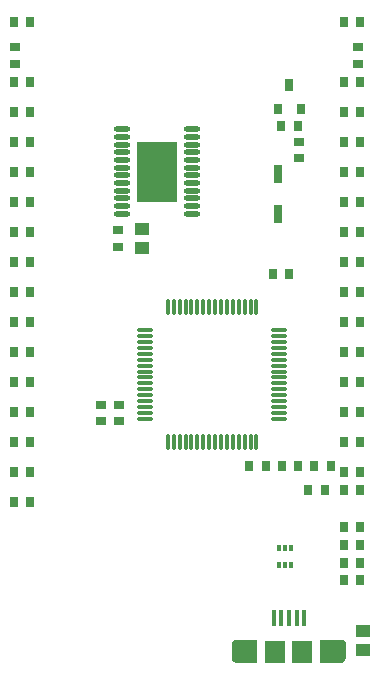
<source format=gtp>
G04*
G04 #@! TF.GenerationSoftware,Altium Limited,Altium Designer,18.0.7 (293)*
G04*
G04 Layer_Color=8421504*
%FSLAX44Y44*%
%MOMM*%
G71*
G01*
G75*
%ADD17R,0.8000X0.9000*%
%ADD18R,1.3000X1.0000*%
%ADD19R,0.9000X0.8000*%
%ADD20R,1.8000X1.9000*%
%ADD21R,0.4000X1.3500*%
%ADD22R,0.8000X1.6000*%
%ADD23R,0.6500X0.9000*%
%ADD24R,0.6500X1.1000*%
%ADD25O,0.3000X1.4000*%
%ADD26O,1.4000X0.3000*%
%ADD27R,3.4000X5.2000*%
%ADD28O,1.4000X0.4500*%
%ADD29R,0.3000X0.5000*%
G36*
X260075Y5900D02*
X242230D01*
X240393Y6661D01*
X238986Y8068D01*
X238225Y9905D01*
Y10900D01*
Y21900D01*
Y22497D01*
X238682Y23599D01*
X239526Y24443D01*
X240628Y24900D01*
X260075D01*
Y5900D01*
D02*
G37*
G36*
X333974Y24443D02*
X334818Y23599D01*
X335275Y22497D01*
Y21900D01*
Y10900D01*
Y9905D01*
X334514Y8068D01*
X333107Y6661D01*
X331269Y5900D01*
X313425D01*
Y24900D01*
X332872D01*
X333974Y24443D01*
D02*
G37*
D17*
X272998Y335000D02*
D03*
X286998D02*
D03*
X322002Y172500D02*
D03*
X308002D02*
D03*
X294502D02*
D03*
X280502D02*
D03*
X266998Y172500D02*
D03*
X252998D02*
D03*
X346998Y121000D02*
D03*
X332998D02*
D03*
X346998Y76000D02*
D03*
X332998D02*
D03*
X332998Y90000D02*
D03*
X346998D02*
D03*
X332998Y106000D02*
D03*
X346998D02*
D03*
X332998Y152500D02*
D03*
X346998D02*
D03*
X316998D02*
D03*
X302998D02*
D03*
X280098Y460000D02*
D03*
X294098D02*
D03*
X347202Y548800D02*
D03*
X333202D02*
D03*
X347202Y498000D02*
D03*
X333202D02*
D03*
X67798Y498000D02*
D03*
X53798D02*
D03*
Y371000D02*
D03*
X67798D02*
D03*
X53798Y472600D02*
D03*
X67798D02*
D03*
X347202Y371000D02*
D03*
X333202D02*
D03*
X53798Y167800D02*
D03*
X67798D02*
D03*
X347202Y345600D02*
D03*
X333202D02*
D03*
X347202Y447200D02*
D03*
X333202D02*
D03*
X347202Y472600D02*
D03*
X333202D02*
D03*
X347202Y193200D02*
D03*
X333202D02*
D03*
X53798Y447200D02*
D03*
X67798D02*
D03*
Y396400D02*
D03*
X53798D02*
D03*
X67798Y142400D02*
D03*
X53798D02*
D03*
X333202Y167800D02*
D03*
X347202D02*
D03*
X67798Y548800D02*
D03*
X53798D02*
D03*
X333202Y269400D02*
D03*
X347202D02*
D03*
X333202Y244000D02*
D03*
X347202D02*
D03*
X333202Y294800D02*
D03*
X347202D02*
D03*
X333202Y320200D02*
D03*
X347202D02*
D03*
X333202Y396400D02*
D03*
X347202D02*
D03*
X67798Y345600D02*
D03*
X53798D02*
D03*
X333202Y421800D02*
D03*
X347202D02*
D03*
X67798Y193200D02*
D03*
X53798D02*
D03*
X333202Y218600D02*
D03*
X347202D02*
D03*
X67798Y421800D02*
D03*
X53798D02*
D03*
X67798Y320200D02*
D03*
X53798D02*
D03*
X67798Y244000D02*
D03*
X53798D02*
D03*
X67798Y294800D02*
D03*
X53798D02*
D03*
X67798Y218600D02*
D03*
X53798D02*
D03*
X67798Y269400D02*
D03*
X53798D02*
D03*
D18*
X162500Y357000D02*
D03*
Y373000D02*
D03*
X349500Y33000D02*
D03*
Y17000D02*
D03*
D19*
X142000Y358002D02*
D03*
Y372002D02*
D03*
X295000Y447002D02*
D03*
Y433002D02*
D03*
X345000Y513002D02*
D03*
Y527002D02*
D03*
X55000Y513002D02*
D03*
Y527002D02*
D03*
X127500Y224502D02*
D03*
Y210502D02*
D03*
X142500Y224502D02*
D03*
Y210502D02*
D03*
D20*
X298250Y15400D02*
D03*
X275250D02*
D03*
D21*
X273750Y43450D02*
D03*
X299750D02*
D03*
X280250D02*
D03*
X286750D02*
D03*
X293250D02*
D03*
D22*
X277500Y385500D02*
D03*
Y419500D02*
D03*
D23*
X277600Y474625D02*
D03*
X296600D02*
D03*
D24*
X287100Y495375D02*
D03*
D25*
X259251Y307000D02*
D03*
X254251D02*
D03*
X249251D02*
D03*
X244251D02*
D03*
X239251D02*
D03*
X234251D02*
D03*
X229251D02*
D03*
X224251D02*
D03*
X219251D02*
D03*
X214251D02*
D03*
X209251D02*
D03*
X204251D02*
D03*
X199251D02*
D03*
X194251D02*
D03*
X189251D02*
D03*
X184251D02*
D03*
Y193000D02*
D03*
X189251D02*
D03*
X194251D02*
D03*
X199251D02*
D03*
X204251D02*
D03*
X209251D02*
D03*
X214251D02*
D03*
X219251D02*
D03*
X224251D02*
D03*
X229251D02*
D03*
X234251D02*
D03*
X249251D02*
D03*
X254251D02*
D03*
X259251D02*
D03*
X244251D02*
D03*
X239251D02*
D03*
D26*
X164751Y287500D02*
D03*
Y282500D02*
D03*
Y277500D02*
D03*
Y272500D02*
D03*
Y267500D02*
D03*
Y262500D02*
D03*
Y257500D02*
D03*
Y252500D02*
D03*
Y247500D02*
D03*
Y242500D02*
D03*
Y237500D02*
D03*
Y232500D02*
D03*
Y227500D02*
D03*
Y222500D02*
D03*
Y217500D02*
D03*
Y212500D02*
D03*
X278752D02*
D03*
Y217500D02*
D03*
Y222500D02*
D03*
Y227500D02*
D03*
Y232500D02*
D03*
Y237500D02*
D03*
Y242500D02*
D03*
Y247500D02*
D03*
Y252500D02*
D03*
Y257500D02*
D03*
Y262500D02*
D03*
Y267500D02*
D03*
Y272500D02*
D03*
Y277500D02*
D03*
Y282500D02*
D03*
Y287500D02*
D03*
D27*
X175100Y421800D02*
D03*
D28*
X145600Y457550D02*
D03*
Y451050D02*
D03*
Y444550D02*
D03*
Y438050D02*
D03*
Y431550D02*
D03*
Y425050D02*
D03*
Y418550D02*
D03*
Y412050D02*
D03*
Y405550D02*
D03*
Y399050D02*
D03*
Y392550D02*
D03*
Y386050D02*
D03*
X204600Y457550D02*
D03*
Y451050D02*
D03*
Y444550D02*
D03*
Y438050D02*
D03*
Y431550D02*
D03*
Y425050D02*
D03*
Y418550D02*
D03*
Y412050D02*
D03*
Y405550D02*
D03*
Y399050D02*
D03*
Y392550D02*
D03*
Y386050D02*
D03*
D29*
X283500Y88800D02*
D03*
X288500D02*
D03*
X278500D02*
D03*
X288500Y102800D02*
D03*
X283500D02*
D03*
X278500D02*
D03*
M02*

</source>
